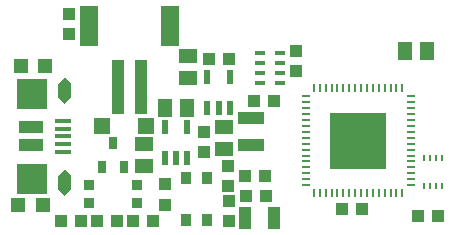
<source format=gbr>
G04 #@! TF.FileFunction,Paste,Top*
%FSLAX46Y46*%
G04 Gerber Fmt 4.6, Leading zero omitted, Abs format (unit mm)*
G04 Created by KiCad (PCBNEW 4.0.6) date Monday, September 17, 2018 'PMt' 12:21:56 PM*
%MOMM*%
%LPD*%
G01*
G04 APERTURE LIST*
%ADD10C,0.100000*%
%ADD11R,1.500000X1.240000*%
%ADD12R,1.000000X1.075000*%
%ADD13R,1.240000X1.500000*%
%ADD14R,1.200000X1.200000*%
%ADD15R,1.075000X1.000000*%
%ADD16R,0.900000X0.900000*%
%ADD17R,1.350000X0.400000*%
%ADD18R,2.000000X1.000000*%
%ADD19R,0.550000X1.200000*%
%ADD20R,1.000000X4.600000*%
%ADD21R,1.600000X3.400000*%
%ADD22R,1.100000X1.900000*%
%ADD23R,0.850000X1.000000*%
%ADD24R,0.275000X0.500000*%
%ADD25R,1.400000X1.400000*%
%ADD26R,0.635000X1.016000*%
%ADD27R,0.900000X0.450000*%
%ADD28R,0.220000X0.700000*%
%ADD29R,0.700000X0.220000*%
%ADD30R,4.700000X4.700000*%
%ADD31R,2.200000X1.016000*%
G04 APERTURE END LIST*
D10*
G36*
X124396100Y-100153600D02*
X124396100Y-102653600D01*
X126896100Y-102653600D01*
X126896100Y-100153600D01*
X124396100Y-100153600D01*
G37*
G36*
X124396100Y-107353600D02*
X124396100Y-109853600D01*
X126896100Y-109853600D01*
X126896100Y-107353600D01*
X124396100Y-107353600D01*
G37*
G36*
X128446100Y-99953600D02*
X127896100Y-100553600D01*
X127896100Y-101653600D01*
X128446100Y-102253600D01*
X128996100Y-101653600D01*
X128996100Y-100553600D01*
X128446100Y-99953600D01*
G37*
G36*
X128446100Y-107753600D02*
X127896100Y-108353600D01*
X127896100Y-109453600D01*
X128446100Y-110053600D01*
X128996100Y-109453600D01*
X128996100Y-108353600D01*
X128446100Y-107753600D01*
G37*
G36*
X127696100Y-103553600D02*
X127696100Y-103853600D01*
X128946100Y-103853600D01*
X128946100Y-103553600D01*
X127696100Y-103553600D01*
G37*
G36*
X127696100Y-104203600D02*
X127696100Y-104503600D01*
X128946100Y-104503600D01*
X128946100Y-104203600D01*
X127696100Y-104203600D01*
G37*
G36*
X127696100Y-104853600D02*
X127696100Y-105153600D01*
X128946100Y-105153600D01*
X128946100Y-104853600D01*
X127696100Y-104853600D01*
G37*
G36*
X127696100Y-105503600D02*
X127696100Y-105803600D01*
X128946100Y-105803600D01*
X128946100Y-105503600D01*
X127696100Y-105503600D01*
G37*
G36*
X127696100Y-106153600D02*
X127696100Y-106453600D01*
X128946100Y-106453600D01*
X128946100Y-106153600D01*
X127696100Y-106153600D01*
G37*
G36*
X152882600Y-107289600D02*
X152882600Y-105765600D01*
X151358600Y-105765600D01*
X151358600Y-107289600D01*
X152882600Y-107289600D01*
G37*
G36*
X152882600Y-105003600D02*
X152882600Y-103479600D01*
X151358600Y-103479600D01*
X151358600Y-105003600D01*
X152882600Y-105003600D01*
G37*
G36*
X155168600Y-105003600D02*
X155168600Y-103479600D01*
X153644600Y-103479600D01*
X153644600Y-105003600D01*
X155168600Y-105003600D01*
G37*
G36*
X155168600Y-107289600D02*
X155168600Y-105765600D01*
X153644600Y-105765600D01*
X153644600Y-107289600D01*
X155168600Y-107289600D01*
G37*
D11*
X135142600Y-105646100D03*
X135142600Y-107546100D03*
D12*
X148010100Y-99503400D03*
X148010100Y-97803400D03*
D13*
X136879600Y-102575600D03*
X138779600Y-102575600D03*
D14*
X124696100Y-99074600D03*
X126796100Y-99074600D03*
D15*
X134239900Y-112216006D03*
X135939900Y-112216006D03*
D12*
X128816100Y-94628600D03*
X128816100Y-96328600D03*
D16*
X130449100Y-110693100D03*
X130449100Y-109093100D03*
X134549100Y-109093100D03*
X134549100Y-110693100D03*
D17*
X128321100Y-103703600D03*
X128321100Y-104353600D03*
X128321100Y-105003600D03*
X128321100Y-105653600D03*
X128321100Y-106303600D03*
D18*
X125546100Y-104253600D03*
X125546100Y-105753600D03*
D19*
X136883100Y-106811700D03*
X137833100Y-106811700D03*
X138783100Y-106811700D03*
X138783100Y-104211500D03*
X136883100Y-104211500D03*
D20*
X132896100Y-100829600D03*
X134896100Y-100829600D03*
D21*
X130496100Y-95629600D03*
X137296100Y-95629600D03*
D19*
X140502600Y-102620700D03*
X141452600Y-102620700D03*
X142402600Y-102620700D03*
X142402600Y-100020500D03*
X140502600Y-100020500D03*
D14*
X126564100Y-110845600D03*
X124464100Y-110845600D03*
D15*
X128080400Y-112179100D03*
X129780400Y-112179100D03*
D11*
X138849100Y-98211600D03*
X138849100Y-100111600D03*
D15*
X140666100Y-98463100D03*
X142366100Y-98463100D03*
D12*
X142303500Y-112216300D03*
X142303500Y-110516300D03*
D15*
X145477600Y-110083600D03*
X143777600Y-110083600D03*
D22*
X143707000Y-111937800D03*
X146107000Y-111937800D03*
D13*
X157215800Y-97764600D03*
X159115800Y-97764600D03*
D23*
X140460700Y-108574900D03*
X140460700Y-112074900D03*
X138710700Y-108574900D03*
X138710700Y-112074900D03*
D24*
X158863600Y-109200800D03*
X159363600Y-109200800D03*
X159863600Y-109200800D03*
X160363600Y-109200800D03*
X158863600Y-106800800D03*
X159363600Y-106800800D03*
X159863600Y-106800800D03*
X160363600Y-106800800D03*
D15*
X160069900Y-111785400D03*
X158369900Y-111785400D03*
D12*
X142227300Y-109219100D03*
X142227300Y-107519100D03*
D15*
X153613306Y-111170803D03*
X151913306Y-111170803D03*
X132841100Y-112179100D03*
X131141100Y-112179100D03*
D25*
X135301600Y-104114600D03*
X131601600Y-104114600D03*
D26*
X132499100Y-105591100D03*
X133449100Y-107591100D03*
X131549100Y-107591100D03*
D27*
X144920600Y-100525100D03*
X146620600Y-100525100D03*
X144920600Y-99625100D03*
X144920600Y-98825100D03*
X144920600Y-97925100D03*
X146620600Y-97925100D03*
X146620600Y-99625100D03*
X146620600Y-98825100D03*
D12*
X140246100Y-106361600D03*
X140246100Y-104661600D03*
X136956800Y-109081200D03*
X136956800Y-110781200D03*
D15*
X143650600Y-108369100D03*
X145350600Y-108369100D03*
D28*
X149513600Y-109834600D03*
X150013600Y-109834600D03*
X150513600Y-109834600D03*
X151013600Y-109834600D03*
X151513600Y-109834600D03*
X152013600Y-109834600D03*
X152513600Y-109834600D03*
X153013600Y-109834600D03*
X153513600Y-109834600D03*
X154013600Y-109834600D03*
X154513600Y-109834600D03*
X155013600Y-109834600D03*
X155513600Y-109834600D03*
X156013600Y-109834600D03*
X156513600Y-109834600D03*
X157013600Y-109834600D03*
D29*
X157713600Y-109134600D03*
X157713600Y-108634600D03*
X157713600Y-108134600D03*
X157713600Y-107634600D03*
X157713600Y-107134600D03*
X157713600Y-106634600D03*
X157713600Y-106134600D03*
X157713600Y-105634600D03*
X157713600Y-105134600D03*
X157713600Y-104634600D03*
X157713600Y-104134600D03*
X157713600Y-103634600D03*
X157713600Y-103134600D03*
X157713600Y-102634600D03*
X157713600Y-102134600D03*
X157713600Y-101634600D03*
D28*
X157013600Y-100934600D03*
X156513600Y-100934600D03*
X156013600Y-100934600D03*
X155513600Y-100934600D03*
X155013600Y-100934600D03*
X154513600Y-100934600D03*
X154013600Y-100934600D03*
X153513600Y-100934600D03*
X153013600Y-100934600D03*
X152513600Y-100934600D03*
X152013600Y-100934600D03*
X151513600Y-100934600D03*
X151013600Y-100934600D03*
X150513600Y-100934600D03*
X150013600Y-100934600D03*
X149513600Y-100934600D03*
D29*
X148813600Y-101634600D03*
X148813600Y-102134600D03*
X148813600Y-102634600D03*
X148813600Y-103134600D03*
X148813600Y-103634600D03*
X148813600Y-104134600D03*
X148813600Y-104634600D03*
X148813600Y-105134600D03*
X148813600Y-105634600D03*
X148813600Y-106134600D03*
X148813600Y-106634600D03*
X148813600Y-107134600D03*
X148813600Y-107634600D03*
X148813600Y-108134600D03*
X148813600Y-108634600D03*
X148813600Y-109134600D03*
D30*
X153263600Y-105384600D03*
D11*
X141897100Y-104180600D03*
X141897100Y-106080600D03*
D31*
X144183100Y-103495600D03*
X144183100Y-105749600D03*
D15*
X146176100Y-102019100D03*
X144476100Y-102019100D03*
M02*

</source>
